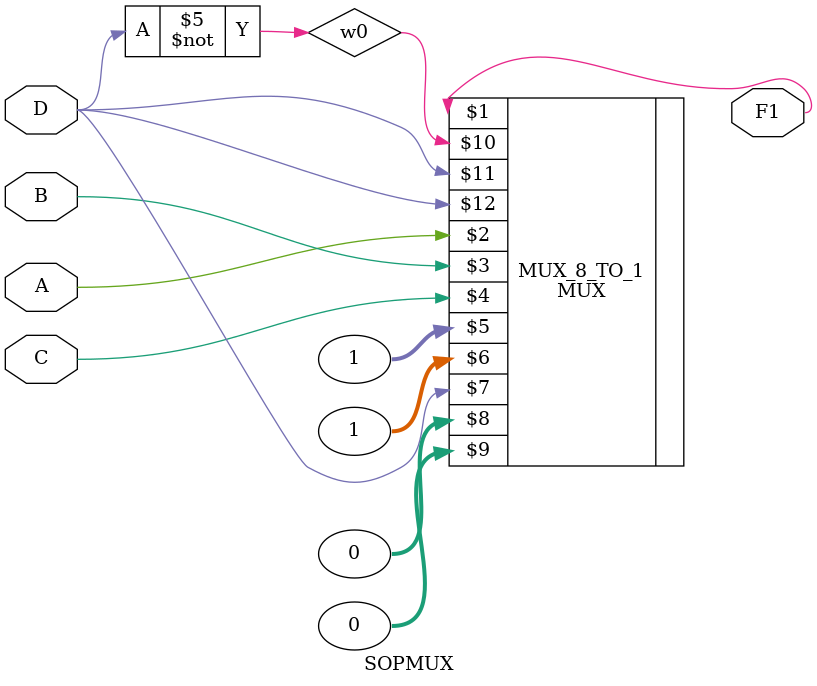
<source format=v>
`timescale 1ns / 1ps

module SOPMUX(
    output F1,
    input A,
    input B,
    input C,
    input D
    );
    
    wire w0;
    not NOT1(w0,D);
    MUX MUX_8_TO_1(F1,A,B,C,1,1,D,0,0,w0,D,D);
    
endmodule

</source>
